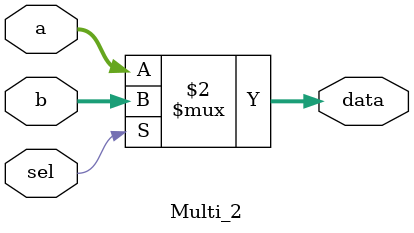
<source format=v>
module Multi_2
#(
	parameter DATA_WIDTH = 32
)
(
	input [DATA_WIDTH-1:0]a,
	input [DATA_WIDTH-1:0]b,
	input sel,
	output [DATA_WIDTH-1:0]data
);

	assign data = (sel==1'b1) ? b : a;

endmodule
</source>
